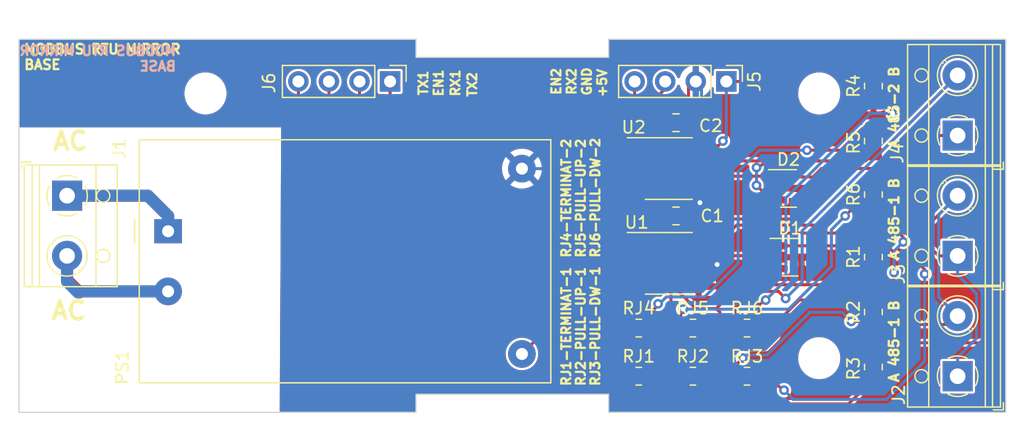
<source format=kicad_pcb>
(kicad_pcb (version 20211014) (generator pcbnew)
  (layers (0 "F.Cu" signal) (31 "B.Cu" signal) (34 "B.Paste" user) (35 "F.Paste" user) (36 "B.SilkS" user "B.Silkscreen") (37 "F.SilkS" user "F.Silkscreen") (38 "B.Mask" user) (39 "F.Mask" user) (44 "Edge.Cuts" user))
  (net 0 "")
  (net 1 "GND")
  (net 2 "/RS485_1_A")
  (net 3 "/RS485_1_B")
  (net 4 "/RS485_2_A")
  (net 5 "/RS485_2_B")
  (net 6 "+5V")
  (net 7 "Net-(R1-Pad1)")
  (net 8 "Net-(RJ1-Pad2)")
  (net 9 "Net-(R3-Pad2)")
  (net 10 "Net-(R4-Pad1)")
  (net 11 "Net-(R5-Pad1)")
  (net 12 "Net-(R6-Pad2)")
  (net 13 "Net-(U2-Pad1)")
  (net 14 "Net-(U2-Pad3)")
  (net 15 "Net-(U2-Pad4)")
  (net 16 "Net-(J6-Pad2)")
  (net 17 "Net-(J6-Pad3)")
  (net 18 "Net-(J6-Pad4)")
  (net 19 "Net-(PS1-Pad1)")
  (net 20 "Net-(PS1-Pad2)")
  (footprint "TerminalBlock_RND:TerminalBlock_RND_205-00012_1x02_P5.00mm_Horizontal" (layer "F.Cu") (at 178 118 90)
    (fp_text reference "J3" (at -1.507 -4.899 90) (layer "F.SilkS"))
    (fp_text value "Conn_01x02_Female")
    (pad "1" thru_hole rect (at 0 0 90) (size 2.5 2.5) (drill 1.3) (layers *.Cu *.Mask) (net 2 "/RS485_1_A"))
    (pad "2" thru_hole circle (at 5 0 90) (size 2.5 2.5) (drill 1.3) (layers *.Cu *.Mask) (net 3 "/RS485_1_B"))
  )
  (footprint "Package_SO:SOIC-8_3.9x4.9mm_P1.27mm" (layer "F.Cu") (at 154 110.744)
    (fp_text reference "U2" (at -2.921 -3.429) (layer "F.SilkS"))
    (fp_text value "ST485EBDR")
    (pad "1" smd roundrect (at -2.475 -1.905) (size 1.95 0.6) (layers "F.Cu" "F.Paste" "F.Mask") (net 13 "Net-(U2-Pad1)"))
    (pad "2" smd roundrect (at -2.475 -0.635) (size 1.95 0.6) (layers "F.Cu" "F.Paste" "F.Mask") (net 14 "Net-(U2-Pad3)"))
    (pad "3" smd roundrect (at -2.475 0.635) (size 1.95 0.6) (layers "F.Cu" "F.Paste" "F.Mask") (net 14 "Net-(U2-Pad3)"))
    (pad "4" smd roundrect (at -2.475 1.905) (size 1.95 0.6) (layers "F.Cu" "F.Paste" "F.Mask") (net 15 "Net-(U2-Pad4)"))
    (pad "5" smd roundrect (at 2.475 1.905) (size 1.95 0.6) (layers "F.Cu" "F.Paste" "F.Mask") (net 1 "GND"))
    (pad "6" smd roundrect (at 2.475 0.635) (size 1.95 0.6) (layers "F.Cu" "F.Paste" "F.Mask") (net 4 "/RS485_2_A"))
    (pad "7" smd roundrect (at 2.475 -0.635) (size 1.95 0.6) (layers "F.Cu" "F.Paste" "F.Mask") (net 5 "/RS485_2_B"))
    (pad "8" smd roundrect (at 2.475 -1.905) (size 1.95 0.6) (layers "F.Cu" "F.Paste" "F.Mask") (net 6 "+5V"))
  )
  (footprint "Package_TO_SOT_SMD:SOT-23" (layer "F.Cu") (at 164.084 118.11)
    (fp_text reference "D1" (at 0 -2.4) (layer "F.SilkS"))
    (fp_text value "SM712_SOT23")
    (pad "1" smd roundrect (at -0.9375 -0.95) (size 1.475 0.6) (layers "F.Cu" "F.Paste" "F.Mask") (net 2 "/RS485_1_A"))
    (pad "2" smd roundrect (at -0.9375 0.95) (size 1.475 0.6) (layers "F.Cu" "F.Paste" "F.Mask") (net 3 "/RS485_1_B"))
    (pad "3" smd roundrect (at 0.9375 0) (size 1.475 0.6) (layers "F.Cu" "F.Paste" "F.Mask") (net 1 "GND"))
  )
  (footprint "Resistor_SMD:R_0805_2012Metric_Pad1.20x1.40mm_HandSolder" (layer "F.Cu") (at 171 112.903 -90)
    (fp_text reference "R6" (at 0 1.651 90) (layer "F.SilkS"))
    (fp_text value "4.7k")
    (pad "1" smd roundrect (at -1 0 270) (size 1.2 1.4) (layers "F.Cu" "F.Paste" "F.Mask") (roundrect_rratio 0.208333) (net 6 "+5V"))
    (pad "2" smd roundrect (at 1 0 270) (size 1.2 1.4) (layers "F.Cu" "F.Paste" "F.Mask") (roundrect_rratio 0.208333) (net 12 "Net-(R6-Pad2)"))
  )
  (footprint "Resistor_SMD:R_0805_2012Metric_Pad1.20x1.40mm_HandSolder" (layer "F.Cu") (at 156 128)
    (fp_text reference "RJ2" (at 0 -1.65) (layer "F.SilkS"))
    (fp_text value "0")
    (pad "1" smd roundrect (at -1 0) (size 1.2 1.4) (layers "F.Cu" "F.Paste" "F.Mask") (roundrect_rratio 0.208333) (net 9 "Net-(R3-Pad2)"))
    (pad "2" smd roundrect (at 1 0) (size 1.2 1.4) (layers "F.Cu" "F.Paste" "F.Mask") (roundrect_rratio 0.208333) (net 2 "/RS485_1_A"))
  )
  (footprint "TerminalBlock_RND:TerminalBlock_RND_205-00012_1x02_P5.00mm_Horizontal" (layer "F.Cu") (at 178 128 90)
    (fp_text reference "J2" (at -1.54 -4.899 90) (layer "F.SilkS"))
    (fp_text value "Conn_01x02_Female")
    (pad "1" thru_hole rect (at 0 0 90) (size 2.5 2.5) (drill 1.3) (layers *.Cu *.Mask) (net 2 "/RS485_1_A"))
    (pad "2" thru_hole circle (at 5 0 90) (size 2.5 2.5) (drill 1.3) (layers *.Cu *.Mask) (net 3 "/RS485_1_B"))
  )
  (footprint "Connector_PinHeader_2.54mm:PinHeader_1x04_P2.54mm_Vertical" (layer "F.Cu") (at 158.78 103.505 -90)
    (fp_text reference "J5" (at 0 -2.33 90) (layer "F.SilkS"))
    (fp_text value "Conn_01x04_Male")
    (pad "1" thru_hole rect (at 0 0 270) (size 1.7 1.7) (drill 1) (layers *.Cu *.Mask) (net 6 "+5V"))
    (pad "2" thru_hole oval (at 0 2.54 270) (size 1.7 1.7) (drill 1) (layers *.Cu *.Mask) (net 1 "GND"))
    (pad "3" thru_hole oval (at 0 5.08 270) (size 1.7 1.7) (drill 1) (layers *.Cu *.Mask) (net 13 "Net-(U2-Pad1)"))
    (pad "4" thru_hole oval (at 0 7.62 270) (size 1.7 1.7) (drill 1) (layers *.Cu *.Mask) (net 14 "Net-(U2-Pad3)"))
  )
  (footprint "MountingHole:MountingHole_3mm" (layer "F.Cu") (at 166.5 126.5)
    (fp_text reference "MH03" hide)
    (fp_text value "MountingHole_3mm")
    (pad "" np_thru_hole circle (at 0 0) (size 3 3) (drill 3) (layers *.Cu *.Mask))
  )
  (footprint "Resistor_SMD:R_0805_2012Metric_Pad1.20x1.40mm_HandSolder" (layer "F.Cu") (at 171 127.238 -90)
    (fp_text reference "R3" (at 0.127 1.651 90) (layer "F.SilkS"))
    (fp_text value "4.7k")
    (pad "1" smd roundrect (at -1 0 270) (size 1.2 1.4) (layers "F.Cu" "F.Paste" "F.Mask") (roundrect_rratio 0.208333) (net 6 "+5V"))
    (pad "2" smd roundrect (at 1 0 270) (size 1.2 1.4) (layers "F.Cu" "F.Paste" "F.Mask") (roundrect_rratio 0.208333) (net 9 "Net-(R3-Pad2)"))
  )
  (footprint "Resistor_SMD:R_0805_2012Metric_Pad1.20x1.40mm_HandSolder" (layer "F.Cu") (at 171 103.886 -90)
    (fp_text reference "R4" (at 0 1.651 90) (layer "F.SilkS"))
    (fp_text value "4.7k")
    (pad "1" smd roundrect (at -1 0 270) (size 1.2 1.4) (layers "F.Cu" "F.Paste" "F.Mask") (roundrect_rratio 0.208333) (net 10 "Net-(R4-Pad1)"))
    (pad "2" smd roundrect (at 1 0 270) (size 1.2 1.4) (layers "F.Cu" "F.Paste" "F.Mask") (roundrect_rratio 0.208333) (net 1 "GND"))
  )
  (footprint "Resistor_SMD:R_0805_2012Metric_Pad1.20x1.40mm_HandSolder" (layer "F.Cu") (at 151.5 124)
    (fp_text reference "RJ4" (at 0 -1.65) (layer "F.SilkS"))
    (fp_text value "0")
    (pad "1" smd roundrect (at -1 0) (size 1.2 1.4) (layers "F.Cu" "F.Paste" "F.Mask") (roundrect_rratio 0.208333) (net 4 "/RS485_2_A"))
    (pad "2" smd roundrect (at 1 0) (size 1.2 1.4) (layers "F.Cu" "F.Paste" "F.Mask") (roundrect_rratio 0.208333) (net 11 "Net-(R5-Pad1)"))
  )
  (footprint "Capacitor_SMD:C_0805_2012Metric_Pad1.18x1.45mm_HandSolder" (layer "F.Cu") (at 154.6 114.681)
    (fp_text reference "C1" (at 3.007 0) (layer "F.SilkS"))
    (fp_text value "C")
    (pad "1" smd roundrect (at -1.0375 0) (size 1.175 1.45) (layers "F.Cu" "F.Paste" "F.Mask") (roundrect_rratio 0.212766) (net 6 "+5V"))
    (pad "2" smd roundrect (at 1.0375 0) (size 1.175 1.45) (layers "F.Cu" "F.Paste" "F.Mask") (roundrect_rratio 0.212766) (net 1 "GND"))
  )
  (footprint "Resistor_SMD:R_0805_2012Metric_Pad1.20x1.40mm_HandSolder" (layer "F.Cu") (at 160.5 124)
    (fp_text reference "RJ6" (at 0 -1.65) (layer "F.SilkS"))
    (fp_text value "0")
    (pad "1" smd roundrect (at -1 0) (size 1.2 1.4) (layers "F.Cu" "F.Paste" "F.Mask") (roundrect_rratio 0.208333) (net 5 "/RS485_2_B"))
    (pad "2" smd roundrect (at 1 0) (size 1.2 1.4) (layers "F.Cu" "F.Paste" "F.Mask") (roundrect_rratio 0.208333) (net 10 "Net-(R4-Pad1)"))
  )
  (footprint "MountingHole:MountingHole_3mm" (layer "F.Cu") (at 166.5 104.5)
    (fp_text reference "MH02" hide)
    (fp_text value "MountingHole_3mm")
    (pad "" np_thru_hole circle (at 0 0) (size 3 3) (drill 3) (layers *.Cu *.Mask))
  )
  (footprint "TerminalBlock_RND:TerminalBlock_RND_205-00012_1x02_P5.00mm_Horizontal" (layer "F.Cu") (at 104 113 -90)
    (fp_text reference "J1" (at -3.907 -4.331 90) (layer "F.SilkS"))
    (fp_text value "Conn_01x02_Female")
    (pad "1" thru_hole rect (at 0 0 270) (size 2.5 2.5) (drill 1.3) (layers *.Cu *.Mask) (net 19 "Net-(PS1-Pad1)"))
    (pad "2" thru_hole circle (at 5 0 270) (size 2.5 2.5) (drill 1.3) (layers *.Cu *.Mask) (net 20 "Net-(PS1-Pad2)"))
  )
  (footprint "Resistor_SMD:R_0805_2012Metric_Pad1.20x1.40mm_HandSolder" (layer "F.Cu") (at 171 122.666 -90)
    (fp_text reference "R2" (at 0 1.651 90) (layer "F.SilkS"))
    (fp_text value "120")
    (pad "1" smd roundrect (at -1 0 270) (size 1.2 1.4) (layers "F.Cu" "F.Paste" "F.Mask") (roundrect_rratio 0.208333) (net 8 "Net-(RJ1-Pad2)"))
    (pad "2" smd roundrect (at 1 0 270) (size 1.2 1.4) (layers "F.Cu" "F.Paste" "F.Mask") (roundrect_rratio 0.208333) (net 3 "/RS485_1_B"))
  )
  (footprint "TerminalBlock_RND:TerminalBlock_RND_205-00012_1x02_P5.00mm_Horizontal" (layer "F.Cu") (at 178 108 90)
    (fp_text reference "J4" (at -1.474 -5.026 90) (layer "F.SilkS"))
    (fp_text value "Conn_01x02_Female")
    (pad "1" thru_hole rect (at 0 0 90) (size 2.5 2.5) (drill 1.3) (layers *.Cu *.Mask) (net 4 "/RS485_2_A"))
    (pad "2" thru_hole circle (at 5 0 90) (size 2.5 2.5) (drill 1.3) (layers *.Cu *.Mask) (net 5 "/RS485_2_B"))
  )
  (footprint "Capacitor_SMD:C_0805_2012Metric_Pad1.18x1.45mm_HandSolder" (layer "F.Cu") (at 154.6 106.934)
    (fp_text reference "C2" (at 2.88 0.254) (layer "F.SilkS"))
    (fp_text value "C")
    (pad "1" smd roundrect (at -1.0375 0) (size 1.175 1.45) (layers "F.Cu" "F.Paste" "F.Mask") (roundrect_rratio 0.212766) (net 6 "+5V"))
    (pad "2" smd roundrect (at 1.0375 0) (size 1.175 1.45) (layers "F.Cu" "F.Paste" "F.Mask") (roundrect_rratio 0.212766) (net 1 "GND"))
  )
  (footprint "Converter_ACDC:Converter_ACDC_HiLink_HLK-PMxx" (layer "F.Cu") (at 112.395 115.951)
    (fp_text reference "PS1" (at -3.81 11.303 90) (layer "F.SilkS"))
    (fp_text value "HLK-PM01")
    (pad "1" thru_hole rect (at 0 0) (size 2.3 2) (drill 1) (layers *.Cu *.Mask) (net 19 "Net-(PS1-Pad1)"))
    (pad "2" thru_hole circle (at 0 5) (size 2.3 2.3) (drill 1) (layers *.Cu *.Mask) (net 20 "Net-(PS1-Pad2)"))
    (pad "3" thru_hole circle (at 29.4 -5.2) (size 2.3 2.3) (drill 1) (layers *.Cu *.Mask) (net 1 "GND"))
    (pad "4" thru_hole circle (at 29.4 10.2) (size 2.3 2.3) (drill 1) (layers *.Cu *.Mask) (net 6 "+5V"))
  )
  (footprint "Resistor_SMD:R_0805_2012Metric_Pad1.20x1.40mm_HandSolder" (layer "F.Cu") (at 171 118.094 -90)
    (fp_text reference "R1" (at 0 1.651 90) (layer "F.SilkS"))
    (fp_text value "4.7k")
    (pad "1" smd roundrect (at -1 0 270) (size 1.2 1.4) (layers "F.Cu" "F.Paste" "F.Mask") (roundrect_rratio 0.208333) (net 7 "Net-(R1-Pad1)"))
    (pad "2" smd roundrect (at 1 0 270) (size 1.2 1.4) (layers "F.Cu" "F.Paste" "F.Mask") (roundrect_rratio 0.208333) (net 1 "GND"))
  )
  (footprint "Resistor_SMD:R_0805_2012Metric_Pad1.20x1.40mm_HandSolder" (layer "F.Cu") (at 171 108.458 -90)
    (fp_text reference "R5" (at 0.127 1.651 90) (layer "F.SilkS"))
    (fp_text value "120")
    (pad "1" smd roundrect (at -1 0 270) (size 1.2 1.4) (layers "F.Cu" "F.Paste" "F.Mask") (roundrect_rratio 0.208333) (net 11 "Net-(R5-Pad1)"))
    (pad "2" smd roundrect (at 1 0 270) (size 1.2 1.4) (layers "F.Cu" "F.Paste" "F.Mask") (roundrect_rratio 0.208333) (net 5 "/RS485_2_B"))
  )
  (footprint "Package_SO:SOIC-8_3.9x4.9mm_P1.27mm" (layer "F.Cu") (at 154 118.618)
    (fp_text reference "U1" (at -2.667 -3.4) (layer "F.SilkS"))
    (fp_text value "ST485EBDR")
    (pad "1" smd roundrect (at -2.475 -1.905) (size 1.95 0.6) (layers "F.Cu" "F.Paste" "F.Mask") (net 16 "Net-(J6-Pad2)"))
    (pad "2" smd roundrect (at -2.475 -0.635) (size 1.95 0.6) (layers "F.Cu" "F.Paste" "F.Mask") (net 17 "Net-(J6-Pad3)"))
    (pad "3" smd roundrect (at -2.475 0.635) (size 1.95 0.6) (layers "F.Cu" "F.Paste" "F.Mask") (net 17 "Net-(J6-Pad3)"))
    (pad "4" smd roundrect (at -2.475 1.905) (size 1.95 0.6) (layers "F.Cu" "F.Paste" "F.Mask") (net 18 "Net-(J6-Pad4)"))
    (pad "5" smd roundrect (at 2.475 1.905) (size 1.95 0.6) (layers "F.Cu" "F.Paste" "F.Mask") (net 1 "GND"))
    (pad "6" smd roundrect (at 2.475 0.635) (size 1.95 0.6) (layers "F.Cu" "F.Paste" "F.Mask") (net 2 "/RS485_1_A"))
    (pad "7" smd roundrect (at 2.475 -0.635) (size 1.95 0.6) (layers "F.Cu" "F.Paste" "F.Mask") (net 3 "/RS485_1_B"))
    (pad "8" smd roundrect (at 2.475 -1.905) (size 1.95 0.6) (layers "F.Cu" "F.Paste" "F.Mask") (net 6 "+5V"))
  )
  (footprint "Package_TO_SOT_SMD:SOT-23" (layer "F.Cu") (at 163.957 112.395)
    (fp_text reference "D2" (at 0 -2.4) (layer "F.SilkS"))
    (fp_text value "SM712_SOT23")
    (pad "1" smd roundrect (at -0.9375 -0.95) (size 1.475 0.6) (layers "F.Cu" "F.Paste" "F.Mask") (net 4 "/RS485_2_A"))
    (pad "2" smd roundrect (at -0.9375 0.95) (size 1.475 0.6) (layers "F.Cu" "F.Paste" "F.Mask") (net 5 "/RS485_2_B"))
    (pad "3" smd roundrect (at 0.9375 0) (size 1.475 0.6) (layers "F.Cu" "F.Paste" "F.Mask") (net 1 "GND"))
  )
  (footprint "Connector_PinHeader_2.54mm:PinHeader_1x04_P2.54mm_Vertical" (layer "F.Cu") (at 130.84 103.505 -90)
    (fp_text reference "J6" (at 0.127 10.063 90) (layer "F.SilkS"))
    (fp_text value "Conn_01x04_Male")
    (pad "1" thru_hole rect (at 0 0 270) (size 1.7 1.7) (drill 1) (layers *.Cu *.Mask) (net 15 "Net-(U2-Pad4)"))
    (pad "2" thru_hole oval (at 0 2.54 270) (size 1.7 1.7) (drill 1) (layers *.Cu *.Mask) (net 16 "Net-(J6-Pad2)"))
    (pad "3" thru_hole oval (at 0 5.08 270) (size 1.7 1.7) (drill 1) (layers *.Cu *.Mask) (net 17 "Net-(J6-Pad3)"))
    (pad "4" thru_hole oval (at 0 7.62 270) (size 1.7 1.7) (drill 1) (layers *.Cu *.Mask) (net 18 "Net-(J6-Pad4)"))
  )
  (footprint "Resistor_SMD:R_0805_2012Metric_Pad1.20x1.40mm_HandSolder" (layer "F.Cu") (at 151.5 128)
    (fp_text reference "RJ1" (at 0 -1.65) (layer "F.SilkS"))
    (fp_text value "0")
    (pad "1" smd roundrect (at -1 0) (size 1.2 1.4) (layers "F.Cu" "F.Paste" "F.Mask") (roundrect_rratio 0.208333) (net 2 "/RS485_1_A"))
    (pad "2" smd roundrect (at 1 0) (size 1.2 1.4) (layers "F.Cu" "F.Paste" "F.Mask") (roundrect_rratio 0.208333) (net 8 "Net-(RJ1-Pad2)"))
  )
  (footprint "MountingHole:MountingHole_3mm" (layer "F.Cu") (at 115.5 104.5)
    (fp_text reference "MH00" hide)
    (fp_text value "MountingHole_3mm")
    (pad "" np_thru_hole circle (at 0 0) (size 3 3) (drill 3) (layers *.Cu *.Mask))
  )
  (footprint "Resistor_SMD:R_0805_2012Metric_Pad1.20x1.40mm_HandSolder" (layer "F.Cu") (at 160.5 128)
    (fp_text reference "RJ3" (at 0 -1.65) (layer "F.SilkS"))
    (fp_text value "0")
    (pad "1" smd roundrect (at -1 0) (size 1.2 1.4) (layers "F.Cu" "F.Paste" "F.Mask") (roundrect_rratio 0.208333) (net 3 "/RS485_1_B"))
    (pad "2" smd roundrect (at 1 0) (size 1.2 1.4) (layers "F.Cu" "F.Paste" "F.Mask") (roundrect_rratio 0.208333) (net 7 "Net-(R1-Pad1)"))
  )
  (footprint "Resistor_SMD:R_0805_2012Metric_Pad1.20x1.40mm_HandSolder" (layer "F.Cu") (at 156 124)
    (fp_text reference "RJ5" (at 0 -1.65) (layer "F.SilkS"))
    (fp_text value "0")
    (pad "1" smd roundrect (at -1 0) (size 1.2 1.4) (layers "F.Cu" "F.Paste" "F.Mask") (roundrect_rratio 0.208333) (net 12 "Net-(R6-Pad2)"))
    (pad "2" smd roundrect (at 1 0) (size 1.2 1.4) (layers "F.Cu" "F.Paste" "F.Mask") (roundrect_rratio 0.208333) (net 4 "/RS485_2_A"))
  )
  (footprint "MountingHole:MountingHole_3mm" (layer "F.Cu") (at 115.5 126.5)
    (fp_text reference "MH01" hide)
    (fp_text value "MountingHole_3mm")
    (pad "" np_thru_hole circle (at 0 0) (size 3 3) (drill 3) (layers *.Cu *.Mask))
  )
  (gr_line (start 133 101.5) (end 149 101.5) (layer "Edge.Cuts") (width 0.1))
  (gr_line (start 149 131) (end 149 129.5) (layer "Edge.Cuts") (width 0.1))
  (gr_line (start 149 100) (end 149 101.5) (layer "Edge.Cuts") (width 0.1))
  (gr_line (start 133 129.5) (end 149 129.5) (layer "Edge.Cuts") (width 0.1))
  (gr_line (start 100 100) (end 100 131) (layer "Edge.Cuts") (width 0.1))
  (gr_line (start 100 131) (end 133 131) (layer "Edge.Cuts") (width 0.1))
  (gr_line (start 182 100) (end 182 131) (layer "Edge.Cuts") (width 0.1))
  (gr_line (start 149 131) (end 182 131) (layer "Edge.Cuts") (width 0.1))
  (gr_line (start 100 100) (end 133 100) (layer "Edge.Cuts") (width 0.1))
  (gr_line (start 133 100) (end 133 101.5) (layer "Edge.Cuts") (width 0.1))
  (gr_line (start 133 131) (end 133 129.5) (layer "Edge.Cuts") (width 0.1))
  (gr_line (start 149 100) (end 182 100) (layer "Edge.Cuts") (width 0.1))
  (gr_text "MODBUS RTU MIRROR\nBASE" (at 113.157 101.6) (layer "B.SilkS") (effects (font (size 0.8 0.8) (thickness 0.2)) (justify left mirror)))
  (gr_text "MODBUS RTU MIRROR\nBASE" (at 100.33 101.473) (layer "F.SilkS") (effects (font (size 0.8 0.8) (thickness 0.2)) (justify left)))
  (gr_text "EN1" (at 134.874 103.632 90) (layer "F.SilkS") (effects (font (size 0.75 0.75) (thickness 0.1875))))
  (gr_text "TX1" (at 133.604 103.632 90) (layer "F.SilkS") (effects (font (size 0.75 0.75) (thickness 0.1875))))
  (gr_text "+5V" (at 148.463 103.632 90) (layer "F.SilkS") (effects (font (size 0.75 0.75) (thickness 0.1875))))
  (gr_text "A 485-1 B" (at 172.72 114.935 90) (layer "F.SilkS") (effects (font (size 0.8 0.8) (thickness 0.2))))
  (gr_text "RJ4-TERMINAT-2\nRJ5-PULL-UP-2\nRJ6-PULL-DW-2\n" (at 146.685 118.237 90) (layer "F.SilkS") (effects (font (size 0.75 0.75) (thickness 0.1875)) (justify left)))
  (gr_text "RX1" (at 136.271 103.632 90) (layer "F.SilkS") (effects (font (size 0.75 0.75) (thickness 0.1875))))
  (gr_text "A 485-2 B" (at 172.72 105.664 90) (layer "F.SilkS") (effects (font (size 0.8 0.8) (thickness 0.2))))
  (gr_text "AC" (at 104.267 108.458) (layer "F.SilkS") (effects (font (size 1.5 1.5) (thickness 0.3))))
  (gr_text "GND" (at 147.193 103.505 90) (layer "F.SilkS") (effects (font (size 0.75 0.75) (thickness 0.1875))))
  (gr_text "A 485-1 B" (at 172.72 125.095 90) (layer "F.SilkS") (effects (font (size 0.8 0.8) (thickness 0.2))))
  (gr_text "RX2" (at 145.923 103.505 90) (layer "F.SilkS") (effects (font (size 0.75 0.75) (thickness 0.1875))))
  (gr_text "EN2" (at 144.653 103.505 90) (layer "F.SilkS") (effects (font (size 0.75 0.75) (thickness 0.1875))))
  (gr_text "AC" (at 104.14 122.555) (layer "F.SilkS") (effects (font (size 1.5 1.5) (thickness 0.3))))
  (gr_text "TX2" (at 137.668 103.759 90) (layer "F.SilkS") (effects (font (size 0.75 0.75) (thickness 0.1875))))
  (gr_text "RJ1-TERMINAT-1\nRJ2-PULL-UP-1\nRJ3-PULL-DW-1\n" (at 146.685 128.905 90) (layer "F.SilkS") (effects (font (size 0.75 0.75) (thickness 0.1875)) (justify left)))
  (segment (start 156.5855 113.7752) (end 156.5855 113.5769) (width 0.25) (layer "F.Cu") (net 1))
  (segment (start 156.083 103.505) (end 156.24 103.505) (width 0.25) (layer "F.Cu") (net 1))
  (segment (start 158.3875 119.946) (end 164.153 119.946) (width 0.25) (layer "F.Cu") (net 1))
  (segment (start 156.5855 113.5769) (end 156.475 113.4664) (width 0.25) (layer "F.Cu") (net 1))
  (segment (start 156.475 113.4664) (end 156.475 112.649) (width 0.25) (layer "F.Cu") (net 1))
  (segment (start 165.0215 119.0775) (end 165.0215 118.6672) (width 0.25) (layer "F.Cu") (net 1))
  (segment (start 159.766 108.331) (end 158.369 106.934) (width 0.25) (layer "F.Cu") (net 1))
  (segment (start 155.6375 103.9505) (end 156.083 103.505) (width 0.25) (layer "F.Cu") (net 1))
  (segment (start 155.6375 106.934) (end 155.6375 103.9505) (width 0.25) (layer "F.Cu") (net 1))
  (segment (start 167.661 108.331) (end 159.766 108.331) (width 0.25) (layer "F.Cu") (net 1))
  (segment (start 158.0155 119.574) (end 157.0665 120.523) (width 0.25) (layer "F.Cu") (net 1))
  (segment (start 165.0215 118.6672) (end 165.0215 118.11) (width 0.25) (layer "F.Cu") (net 1))
  (segment (start 158.0155 118.7173) (end 158.0155 119.574) (width 0.25) (layer "F.Cu") (net 1))
  (segment (start 157.1683 114.358) (end 156.5855 113.7752) (width 0.25) (layer "F.Cu") (net 1))
  (segment (start 156.5855 113.7752) (end 156.5433 113.7752) (width 0.25) (layer "F.Cu") (net 1))
  (segment (start 158.369 106.934) (end 155.6375 106.934) (width 0.25) (layer "F.Cu") (net 1))
  (segment (start 158.0155 119.574) (end 158.3875 119.946) (width 0.25) (layer "F.Cu") (net 1))
  (segment (start 171 104.886) (end 171 104.992) (width 0.25) (layer "F.Cu") (net 1))
  (segment (start 165.4483 119.094) (end 165.0215 118.6672) (width 0.25) (layer "F.Cu") (net 1))
  (segment (start 164.026 114.358) (end 157.1683 114.358) (width 0.25) (layer "F.Cu") (net 1))
  (segment (start 164.8945 112.395) (end 164.8945 113.4895) (width 0.25) (layer "F.Cu") (net 1))
  (segment (start 164.153 119.946) (end 165.0215 119.0775) (width 0.25) (layer "F.Cu") (net 1))
  (segment (start 164.8945 113.4895) (end 164.026 114.358) (width 0.25) (layer "F.Cu") (net 1))
  (segment (start 156.5433 113.7752) (end 155.6375 114.681) (width 0.25) (layer "F.Cu") (net 1))
  (segment (start 157.0665 120.523) (end 156.475 120.523) (width 0.25) (layer "F.Cu") (net 1))
  (segment (start 171 119.094) (end 165.4483 119.094) (width 0.25) (layer "F.Cu") (net 1))
  (segment (start 171 104.992) (end 167.661 108.331) (width 0.25) (layer "F.Cu") (net 1))
  (via (at 158.0155 118.7173) (size 0.8) (drill 0.4) (layers "F.Cu" "B.Cu") (net 1))
  (via (at 156.5855 113.5769) (size 0.8) (drill 0.4) (layers "F.Cu" "B.Cu") (net 1))
  (segment (start 156.5855 117.2873) (end 156.5855 113.5769) (width 0.25) (layer "B.Cu") (net 1))
  (segment (start 153.7596 110.751) (end 156.5855 113.5769) (width 0.25) (layer "B.Cu") (net 1))
  (segment (start 141.795 110.751) (end 153.7596 110.751) (width 0.25) (layer "B.Cu") (net 1))
  (segment (start 156.718 107.7926) (end 156.718 103.983) (width 0.25) (layer "B.Cu") (net 1))
  (segment (start 156.718 103.983) (end 156.24 103.505) (width 0.25) (layer "B.Cu") (net 1))
  (segment (start 158.0155 118.7173) (end 156.5855 117.2873) (width 0.25) (layer "B.Cu") (net 1))
  (segment (start 153.7596 110.751) (end 156.718 107.7926) (width 0.25) (layer "B.Cu") (net 1))
  (segment (start 172.72 119.888) (end 172.72 119.38) (width 0.25) (layer "F.Cu") (net 2))
  (segment (start 150.8638 128.8928) (end 151.511 129.54) (width 0.25) (layer "F.Cu") (net 2))
  (segment (start 150.8638 128.0119) (end 150.8638 126.6312) (width 0.25) (layer "F.Cu") (net 2))
  (segment (start 158.242 125.095) (end 158.242 122.679) (width 0.25) (layer "F.Cu") (net 2))
  (segment (start 154.178 126.746) (end 156.337 126.746) (width 0.25) (layer "F.Cu") (net 2))
  (segment (start 156.337 126.746) (end 157 127.409) (width 0.25) (layer "F.Cu") (net 2))
  (segment (start 173.482 116.84) (end 173.482 116.459) (width 0.25) (layer "F.Cu") (net 2))
  (segment (start 154.813 120.9611) (end 154.813 119.888) (width 0.25) (layer "F.Cu") (net 2))
  (segment (start 157.9402 122.3772) (end 156.2291 122.3772) (width 0.25) (layer "F.Cu") (net 2))
  (segment (start 168.717 117.16) (end 170.053 115.824) (width 0.25) (layer "F.Cu") (net 2))
  (segment (start 158.242 122.679) (end 157.9402 122.3772) (width 0.25) (layer "F.Cu") (net 2))
  (segment (start 150.5 128) (end 150.8518 128) (width 0.25) (layer "F.Cu") (net 2))
  (segment (start 150.8638 128.0119) (end 150.8638 128.8928) (width 0.25) (layer "F.Cu") (net 2))
  (segment (start 153.035 129.54) (end 153.797 128.778) (width 0.25) (layer "F.Cu") (net 2))
  (segment (start 153.797 128.778) (end 153.797 127.127) (width 0.25) (layer "F.Cu") (net 2))
  (segment (start 155.448 119.253) (end 156.475 119.253) (width 0.25) (layer "F.Cu") (net 2))
  (segment (start 157.607 125.73) (end 158.242 125.095) (width 0.25) (layer "F.Cu") (net 2))
  (segment (start 172.212 120.396) (end 172.72 119.888) (width 0.25) (layer "F.Cu") (net 2))
  (segment (start 159.9214 120.396) (end 172.212 120.396) (width 0.25) (layer "F.Cu") (net 2))
  (segment (start 154.813 119.888) (end 155.448 119.253) (width 0.25) (layer "F.Cu") (net 2))
  (segment (start 163.1465 117.16) (end 168.717 117.16) (width 0.25) (layer "F.Cu") (net 2))
  (segment (start 170.053 115.824) (end 172.593 115.824) (width 0.25) (layer "F.Cu") (net 2))
  (segment (start 176.4247 118) (end 178 118) (width 0.25) (layer "F.Cu") (net 2))
  (segment (start 156.2291 122.3772) (end 154.813 120.9611) (width 0.25) (layer "F.Cu") (net 2))
  (segment (start 153.797 127.127) (end 154.178 126.746) (width 0.25) (layer "F.Cu") (net 2))
  (segment (start 150.8638 126.6312) (end 151.765 125.73) (width 0.25) (layer "F.Cu") (net 2))
  (segment (start 174.2487 115.824) (end 176.4247 118) (width 0.25) (layer "F.Cu") (net 2))
  (segment (start 151.511 129.54) (end 153.035 129.54) (width 0.25) (layer "F.Cu") (net 2))
  (segment (start 151.765 125.73) (end 157.607 125.73) (width 0.25) (layer "F.Cu") (net 2))
  (segment (start 157 127.409) (end 157 128) (width 0.25) (layer "F.Cu") (net 2))
  (segment (start 150.8518 128) (end 150.8638 128.0119) (width 0.25) (layer "F.Cu") (net 2))
  (segment (start 157.9402 122.3772) (end 159.9214 120.396) (width 0.25) (layer "F.Cu") (net 2))
  (segment (start 173.482 116.459) (end 172.847 115.824) (width 0.25) (layer "F.Cu") (net 2))
  (segment (start 172.847 115.824) (end 172.593 115.824) (width 0.25) (layer "F.Cu") (net 2))
  (segment (start 172.593 115.824) (end 174.2487 115.824) (width 0.25) (layer "F.Cu") (net 2))
  (via (at 172.72 119.38) (size 0.8) (drill 0.4) (layers "F.Cu" "B.Cu") (net 2))
  (via (at 173.482 116.84) (size 0.8) (drill 0.4) (layers "F.Cu" "B.Cu") (net 2))
  (segment (start 179.5753 124.8494) (end 179.5753 121.1506) (width 0.25) (layer "B.Cu") (net 2))
  (segment (start 179.5753 121.1506) (end 178 119.5753) (width 0.25) (layer "B.Cu") (net 2))
  (segment (start 178 118) (end 178 119.5753) (width 0.25) (layer "B.Cu") (net 2))
  (segment (start 178 128) (end 178 126.4247) (width 0.25) (layer "B.Cu") (net 2))
  (segment (start 172.72 119.38) (end 172.72 117.602) (width 0.25) (layer "B.Cu") (net 2))
  (segment (start 178 126.4247) (end 179.5753 124.8494) (width 0.25) (layer "B.Cu") (net 2))
  (segment (start 172.72 117.602) (end 173.482 116.84) (width 0.25) (layer "B.Cu") (net 2))
  (segment (start 169.1149 116.1064) (end 161.8966 116.1064) (width 0.25) (layer "F.Cu") (net 3))
  (segment (start 177.302 123.698) (end 171.032 123.698) (width 0.25) (layer "F.Cu") (net 3))
  (segment (start 169.799 123.444) (end 170.053 123.698) (width 0.25) (layer "F.Cu") (net 3))
  (segment (start 170.0323 115.189) (end 169.1149 116.1064) (width 0.25) (layer "F.Cu") (net 3))
  (segment (start 170.053 123.698) (end 170.968 123.698) (width 0.25) (layer "F.Cu") (net 3))
  (segment (start 162.0695 117.983) (end 163.1465 119.06) (width 0.25) (layer "F.Cu") (net 3))
  (segment (start 178 113) (end 175.811 115.189) (width 0.25) (layer "F.Cu") (net 3))
  (segment (start 171.032 123.698) (end 171 123.666) (width 0.25) (layer "F.Cu") (net 3))
  (segment (start 169.164 123.444) (end 169.799 123.444) (width 0.25) (layer "F.Cu") (net 3))
  (segment (start 161.8966 116.1064) (end 161.671 116.332) (width 0.25) (layer "F.Cu") (net 3))
  (segment (start 178 123) (end 177.302 123.698) (width 0.25) (layer "F.Cu") (net 3))
  (segment (start 161.671 116.332) (end 161.671 117.5845) (width 0.25) (layer "F.Cu") (net 3))
  (segment (start 175.811 115.189) (end 170.0323 115.189) (width 0.25) (layer "F.Cu") (net 3))
  (segment (start 159.5 127.139) (end 160.147 126.492) (width 0.25) (layer "F.Cu") (net 3))
  (segment (start 156.475 117.983) (end 162.0695 117.983) (width 0.25) (layer "F.Cu") (net 3))
  (segment (start 159.5 128) (end 159.5 127.139) (width 0.25) (layer "F.Cu") (net 3))
  (segment (start 170.968 123.698) (end 171 123.666) (width 0.25) (layer "F.Cu") (net 3))
  (segment (start 161.671 117.5845) (end 162.0695 117.983) (width 0.25) (layer "F.Cu") (net 3))
  (via (at 160.147 126.492) (size 0.8) (drill 0.4) (layers "F.Cu" "B.Cu") (net 3))
  (via (at 169.164 123.444) (size 0.8) (drill 0.4) (layers "F.Cu" "B.Cu") (net 3))
  (segment (start 176.4246 114.5754) (end 176.4246 121.4246) (width 0.25) (layer "B.Cu") (net 3))
  (segment (start 178 113) (end 176.4246 114.5754) (width 0.25) (layer "B.Cu") (net 3))
  (segment (start 162.179 126.238) (end 165.735 122.682) (width 0.25) (layer "B.Cu") (net 3))
  (segment (start 160.147 126.492) (end 160.401 126.238) (width 0.25) (layer "B.Cu") (net 3))
  (segment (start 176.4246 121.4246) (end 178 123) (width 0.25) (layer "B.Cu") (net 3))
  (segment (start 168.402 122.682) (end 169.164 123.444) (width 0.25) (layer "B.Cu") (net 3))
  (segment (start 165.735 122.682) (end 168.402 122.682) (width 0.25) (layer "B.Cu") (net 3))
  (segment (start 160.401 126.238) (end 162.179 126.238) (width 0.25) (layer "B.Cu") (net 3))
  (segment (start 154.178 122.2375) (end 154.178 116.967) (width 0.25) (layer "F.Cu") (net 4))
  (segment (start 155.194 115.951) (end 157.353 115.951) (width 0.25) (layer "F.Cu") (net 4))
  (segment (start 153.797 122.6185) (end 154.178 122.2375) (width 0.25) (layer "F.Cu") (net 4))
  (segment (start 165.9818 113.5452) (end 165.9818 111.445) (width 0.25) (layer "F.Cu") (net 4))
  (segment (start 178 108) (end 176.4247 108) (width 0.25) (layer "F.Cu") (net 4))
  (segment (start 153.797 125.222) (end 153.797 122.6185) (width 0.25) (layer "F.Cu") (net 4))
  (segment (start 164.592 114.935) (end 165.9818 113.5452) (width 0.25) (layer "F.Cu") (net 4))
  (segment (start 157.353 115.951) (end 158.369 114.935) (width 0.25) (layer "F.Cu") (net 4))
  (segment (start 176.4247 108) (end 173.6897 110.735) (width 0.25) (layer "F.Cu") (net 4))
  (segment (start 150.876 125.222) (end 153.797 125.222) (width 0.25) (layer "F.Cu") (net 4))
  (segment (start 150.5 124.846) (end 150.876 125.222) (width 0.25) (layer "F.Cu") (net 4))
  (segment (start 150.5 124) (end 150.5 124.846) (width 0.25) (layer "F.Cu") (net 4))
  (segment (start 153.797 125.222) (end 156.464 125.222) (width 0.25) (layer "F.Cu") (net 4))
  (segment (start 158.369 114.935) (end 164.592 114.935) (width 0.25) (layer "F.Cu") (net 4))
  (segment (start 165.9818 111.445) (end 163.0195 111.445) (width 0.25) (layer "F.Cu") (net 4))
  (segment (start 166.6918 110.735) (end 165.9818 111.445) (width 0.25) (layer "F.Cu") (net 4))
  (segment (start 156.464 125.222) (end 157 124.686) (width 0.25) (layer "F.Cu") (net 4))
  (segment (start 162.9535 111.379) (end 163.0195 111.445) (width 0.25) (layer "F.Cu") (net 4))
  (segment (start 157 124.686) (end 157 124) (width 0.25) (layer "F.Cu") (net 4))
  (segment (start 173.6897 110.735) (end 166.6918 110.735) (width 0.25) (layer "F.Cu") (net 4))
  (segment (start 154.178 116.967) (end 155.194 115.951) (width 0.25) (layer "F.Cu") (net 4))
  (segment (start 156.475 111.379) (end 162.9535 111.379) (width 0.25) (layer "F.Cu") (net 4))
  (segment (start 161.5065 110.6545) (end 162.052 110.109) (width 0.25) (layer "F.Cu") (net 5))
  (segment (start 171.542 109.458) (end 171 109.458) (width 0.25) (layer "F.Cu") (net 5))
  (segment (start 163.0195 113.345) (end 162.494 113.345) (width 0.25) (layer "F.Cu") (net 5))
  (segment (start 160.8644 120.9486) (end 159.5 122.313) (width 0.25) (layer "F.Cu") (net 5))
  (segment (start 162.494 113.345) (end 161.29 112.141) (width 0.25) (layer "F.Cu") (net 5))
  (segment (start 159.5 122.313) (end 159.5 124) (width 0.25) (layer "F.Cu") (net 5))
  (segment (start 163.1126 120.9486) (end 160.8644 120.9486) (width 0.25) (layer "F.Cu") (net 5))
  (segment (start 171 109.458) (end 170.349 110.109) (width 0.25) (layer "F.Cu") (net 5))
  (segment (start 161.29 110.6545) (end 161.5065 110.6545) (width 0.25) (layer "F.Cu") (net 5))
  (segment (start 163.703 121.539) (end 163.1126 120.9486) (width 0.25) (layer "F.Cu") (net 5))
  (segment (start 162.052 110.109) (end 156.475 110.109) (width 0.25) (layer "F.Cu") (net 5))
  (segment (start 178 103) (end 171.542 109.458) (width 0.25) (layer "F.Cu") (net 5))
  (segment (start 170.349 110.109) (end 162.052 110.109) (width 0.25) (layer "F.Cu") (net 5))
  (via (at 161.29 110.6545) (size 0.8) (drill 0.4) (layers "F.Cu" "B.Cu") (net 5))
  (via (at 161.29 112.141) (size 0.8) (drill 0.4) (layers "F.Cu" "B.Cu") (net 5))
  (via (at 163.703 121.539) (size 0.8) (drill 0.4) (layers "F.Cu" "B.Cu") (net 5))
  (segment (start 165.0825 120.1595) (end 165.0825 115.9175) (width 0.25) (layer "B.Cu") (net 5))
  (segment (start 161.29 112.141) (end 161.29 110.6545) (width 0.25) (layer "B.Cu") (net 5))
  (segment (start 163.703 121.539) (end 165.0825 120.1595) (width 0.25) (layer "B.Cu") (net 5))
  (segment (start 165.0825 115.9175) (end 178 103) (width 0.25) (layer "B.Cu") (net 5))
  (segment (start 153.162 114.2805) (end 153.162 109.855) (width 0.25) (layer "F.Cu") (net 6))
  (segment (start 153.289 120.777) (end 153.289 114.9545) (width 0.25) (layer "F.Cu") (net 6))
  (segment (start 145.899 122.047) (end 152.019 122.047) (width 0.25) (layer "F.Cu") (net 6))
  (segment (start 179.959 125.222) (end 173.736 125.222) (width 0.25) (layer "F.Cu") (net 6))
  (segment (start 153.5625 108.2235) (end 153.5625 106.934) (width 0.25) (layer "F.Cu") (net 6))
  (segment (start 172.72 126.238) (end 171 126.238) (width 0.25) (layer "F.Cu") (net 6))
  (segment (start 156.475 116.713) (end 158.369 116.713) (width 0.25) (layer "F.Cu") (net 6))
  (segment (start 175.26 110.617) (end 178.943 110.617) (width 0.25) (layer "F.Cu") (net 6))
  (segment (start 158.369 116.713) (end 159.639 115.443) (width 0.25) (layer "F.Cu") (net 6))
  (segment (start 170.291 111.903) (end 171 111.903) (width 0.25) (layer "F.Cu") (net 6))
  (segment (start 153.162 109.855) (end 154.178 108.839) (width 0.25) (layer "F.Cu") (net 6))
  (segment (start 159.639 115.443) (end 166.751 115.443) (width 0.25) (layer "F.Cu") (net 6))
  (segment (start 180.467 109.22) (end 179.0065 110.6805) (width 0.25) (layer "F.Cu") (net 6))
  (segment (start 171 111.903) (end 171.016 111.887) (width 0.25) (layer "F.Cu") (net 6))
  (segment (start 162.6223 100.838) (end 179.07 100.838) (width 0.25) (layer "F.Cu") (net 6))
  (segment (start 159.9553 103.505) (end 162.6223 100.838) (width 0.25) (layer "F.Cu") (net 6))
  (segment (start 141.795 126.151) (end 145.899 122.047) (width 0.25) (layer "F.Cu") (net 6))
  (segment (start 180.594 124.587) (end 179.959 125.222) (width 0.25) (layer "F.Cu") (net 6))
  (segment (start 173.736 125.222) (end 172.72 126.238) (width 0.25) (layer "F.Cu") (net 6))
  (segment (start 158.78 103.505) (end 159.9553 103.505) (width 0.25) (layer "F.Cu") (net 6))
  (segment (start 180.467 102.235) (end 180.467 109.22) (width 0.25) (layer "F.Cu") (net 6))
  (segment (start 154.178 108.839) (end 153.5625 108.2235) (width 0.25) (layer "F.Cu") (net 6))
  (segment (start 153.5625 114.681) (end 153.162 114.2805) (width 0.25) (layer "F.Cu") (net 6))
  (segment (start 152.019 122.047) (end 153.289 120.777) (width 0.25) (layer "F.Cu") (net 6))
  (segment (start 180.594 112.268) (end 180.594 124.587) (width 0.25) (layer "F.Cu") (net 6))
  (segment (start 166.751 115.443) (end 170.291 111.903) (width 0.25) (layer "F.Cu") (net 6))
  (segment (start 179.07 100.838) (end 180.467 102.235) (width 0.25) (layer "F.Cu") (net 6))
  (segment (start 158.496 108.458) (end 158.115 108.839) (width 0.25) (layer "F.Cu") (net 6))
  (segment (start 173.99 111.887) (end 175.26 110.617) (width 0.25) (layer "F.Cu") (net 6))
  (segment (start 179.0065 110.6805) (end 180.594 112.268) (width 0.25) (layer "F.Cu") (net 6))
  (segment (start 171.016 111.887) (end 173.99 111.887) (width 0.25) (layer "F.Cu") (net 6))
  (segment (start 154.178 108.839) (end 155.4575 108.839) (width 0.25) (layer "F.Cu") (net 6))
  (segment (start 153.289 114.9545) (end 153.5625 114.681) (width 0.25) (layer "F.Cu") (net 6))
  (segment (start 158.115 108.839) (end 156.475 108.839) (width 0.25) (layer "F.Cu") (net 6))
  (segment (start 155.4575 108.839) (end 156.475 108.839) (width 0.25) (layer "F.Cu") (net 6))
  (via (at 158.496 108.458) (size 0.8) (drill 0.4) (layers "F.Cu" "B.Cu") (net 6))
  (segment (start 158.496 108.458) (end 158.78 108.174) (width 0.25) (layer "B.Cu") (net 6))
  (segment (start 158.78 108.174) (end 158.78 103.505) (width 0.25) (layer "B.Cu") (net 6))
  (segment (start 173.101 118.11) (end 174.244 118.11) (width 0.25) (layer "F.Cu") (net 7))
  (segment (start 162.3132 128) (end 163.4722 129.159) (width 0.25) (layer "F.Cu") (net 7))
  (segment (start 175.26 119.507) (end 175.26 119.126) (width 0.25) (layer "F.Cu") (net 7))
  (segment (start 163.4722 129.159) (end 163.576 129.159) (width 0.25) (layer "F.Cu") (net 7))
  (segment (start 162.3132 128) (end 161.5 128) (width 0.25) (layer "F.Cu") (net 7))
  (segment (start 175.26 119.126) (end 174.244 118.11) (width 0.25) (layer "F.Cu") (net 7))
  (segment (start 172.085 117.094) (end 173.101 118.11) (width 0.25) (layer "F.Cu") (net 7))
  (segment (start 171 117.094) (end 172.085 117.094) (width 0.25) (layer "F.Cu") (net 7))
  (via (at 163.576 129.159) (size 0.8) (drill 0.4) (layers "F.Cu" "B.Cu") (net 7))
  (via (at 175.26 119.507) (size 0.8) (drill 0.4) (layers "F.Cu" "B.Cu") (net 7))
  (segment (start 175.26 126.746) (end 175.26 119.507) (width 0.25) (layer "B.Cu") (net 7))
  (segment (start 164.338 129.921) (end 172.085 129.921) (width 0.25) (layer "B.Cu") (net 7))
  (segment (start 163.576 129.159) (end 164.338 129.921) (width 0.25) (layer "B.Cu") (net 7))
  (segment (start 172.085 129.921) (end 175.26 126.746) (width 0.25) (layer "B.Cu") (net 7))
  (segment (start 171 121.666) (end 164.846 121.666) (width 0.25) (layer "F.Cu") (net 8))
  (segment (start 162.052 125.603) (end 159.6878 125.603) (width 0.25) (layer "F.Cu") (net 8))
  (segment (start 159.6878 125.603) (end 159.0528 126.238) (width 0.25) (layer "F.Cu") (net 8))
  (segment (start 152.5 127.07975) (end 152.5 128) (width 0.25) (layer "F.Cu") (net 8))
  (segment (start 164.846 121.666) (end 162.941 123.571) (width 0.25) (layer "F.Cu") (net 8))
  (segment (start 153.34175 126.238) (end 152.5 127.07975) (width 0.25) (layer "F.Cu") (net 8))
  (segment (start 159.0528 126.238) (end 153.34175 126.238) (width 0.25) (layer "F.Cu") (net 8))
  (segment (start 162.941 124.714) (end 162.052 125.603) (width 0.25) (layer "F.Cu") (net 8))
  (segment (start 162.941 123.571) (end 162.941 124.714) (width 0.25) (layer "F.Cu") (net 8))
  (segment (start 168.936 130.302) (end 171 128.238) (width 0.25) (layer "F.Cu") (net 9))
  (segment (start 163.371778 130.302) (end 168.936 130.302) (width 0.25) (layer "F.Cu") (net 9))
  (segment (start 162.611778 129.542) (end 163.371778 130.302) (width 0.25) (layer "F.Cu") (net 9))
  (segment (start 155 128) (end 156.542 129.542) (width 0.25) (layer "F.Cu") (net 9))
  (segment (start 156.542 129.542) (end 162.611778 129.542) (width 0.25) (layer "F.Cu") (net 9))
  (segment (start 161.5 122.091) (end 161.5 124) (width 0.25) (layer "F.Cu") (net 10))
  (segment (start 161.9179 121.6731) (end 161.5 122.091) (width 0.25) (layer "F.Cu") (net 10))
  (segment (start 162.052 121.6731) (end 161.9179 121.6731) (width 0.25) (layer "F.Cu") (net 10))
  (segment (start 172.593 103.759) (end 171.72 102.886) (width 0.25) (layer "F.Cu") (net 10))
  (segment (start 172.593 106.172) (end 172.593 103.759) (width 0.25) (layer "F.Cu") (net 10))
  (segment (start 171.72 102.886) (end 171 102.886) (width 0.25) (layer "F.Cu") (net 10))
  (via (at 162.052 121.6731) (size 0.8) (drill 0.4) (layers "F.Cu" "B.Cu") (net 10))
  (via (at 172.593 106.172) (size 0.8) (drill 0.4) (layers "F.Cu" "B.Cu") (net 10))
  (segment (start 163.7262 113.187) (end 163.7262 119.9989) (width 0.25) (layer "B.Cu") (net 10))
  (segment (start 163.7262 119.9989) (end 162.052 121.6731) (width 0.25) (layer "B.Cu") (net 10))
  (segment (start 172.593 106.172) (end 170.7412 106.172) (width 0.25) (layer "B.Cu") (net 10))
  (segment (start 170.7412 106.172) (end 163.7262 113.187) (width 0.25) (layer "B.Cu") (net 10))
  (segment (start 168.275 109.22) (end 170.037 107.458) (width 0.25) (layer "F.Cu") (net 11))
  (segment (start 170.037 107.458) (end 171 107.458) (width 0.25) (layer "F.Cu") (net 11))
  (segment (start 165.481 109.22) (end 168.275 109.22) (width 0.25) (layer "F.Cu") (net 11))
  (segment (start 152.5 122.709) (end 153.107354 122.101646) (width 0.25) (layer "F.Cu") (net 11))
  (segment (start 152.5 122.709) (end 152.5 124) (width 0.25) (layer "F.Cu") (net 11))
  (segment (start 153.107354 122.101646) (end 153.107354 121.983244) (width 0.25) (layer "F.Cu") (net 11))
  (via (at 165.481 109.22) (size 0.8) (drill 0.4) (layers "F.Cu" "B.Cu") (net 11))
  (via (at 153.107354 121.983244) (size 0.8) (drill 0.4) (layers "F.Cu" "B.Cu") (net 11))
  (segment (start 159.766 112.395) (end 159.766 110.998) (width 0.25) (layer "B.Cu") (net 11))
  (segment (start 153.67 121.539) (end 153.797 121.412) (width 0.25) (layer "B.Cu") (net 11))
  (segment (start 153.107354 121.983244) (end 153.225756 121.983244) (width 0.25) (layer "B.Cu") (net 11))
  (segment (start 153.797 121.412) (end 156.972 121.412) (width 0.25) (layer "B.Cu") (net 11))
  (segment (start 159.766 118.618) (end 159.766 112.395) (width 0.25) (layer "B.Cu") (net 11))
  (segment (start 159.766 110.998) (end 161.544 109.22) (width 0.25) (layer "B.Cu") (net 11))
  (segment (start 153.225756 121.983244) (end 153.67 121.539) (width 0.25) (layer "B.Cu") (net 11))
  (segment (start 161.544 109.22) (end 165.481 109.22) (width 0.25) (layer "B.Cu") (net 11))
  (segment (start 156.972 121.412) (end 159.766 118.618) (width 0.25) (layer "B.Cu") (net 11))
  (segment (start 169.434 113.903) (end 171 113.903) (width 0.25) (layer "F.Cu") (net 12))
  (segment (start 155 124) (end 155 122.622) (width 0.25) (layer "F.Cu") (net 12))
  (segment (start 168.656 114.681) (end 169.434 113.903) (width 0.25) (layer "F.Cu") (net 12))
  (segment (start 155 122.622) (end 155.194 122.428) (width 0.25) (layer "F.Cu") (net 12))
  (via (at 155.194 122.428) (size 0.8) (drill 0.4) (layers "F.Cu" "B.Cu") (net 12))
  (via (at 168.656 114.681) (size 0.8) (drill 0.4) (layers "F.Cu" "B.Cu") (net 12))
  (segment (start 167.513 118.872) (end 163.957 122.428) (width 0.25) (layer "B.Cu") (net 12))
  (segment (start 168.656 114.681) (end 167.513 115.824) (width 0.25) (layer "B.Cu") (net 12))
  (segment (start 163.957 122.428) (end 155.194 122.428) (width 0.25) (layer "B.Cu") (net 12))
  (segment (start 167.513 115.824) (end 167.513 118.872) (width 0.25) (layer "B.Cu") (net 12))
  (segment (start 151.525 106.285) (end 153.7 104.11) (width 0.25) (layer "F.Cu") (net 13))
  (segment (start 153.7 104.11) (end 153.7 103.505) (width 0.25) (layer "F.Cu") (net 13))
  (segment (start 151.525 108.839) (end 151.525 106.285) (width 0.25) (layer "F.Cu") (net 13))
  (segment (start 151.1383 110.109) (end 151.525 110.109) (width 0.25) (layer "F.Cu") (net 14))
  (segment (start 151.525 111.379) (end 151.525 110.109) (width 0.25) (layer "F.Cu") (net 14))
  (segment (start 151.16 103.505) (end 151.16 104.6803) (width 0.25) (layer "F.Cu") (net 14))
  (segment (start 150.1722 109.1429) (end 151.1383 110.109) (width 0.25) (layer "F.Cu") (net 14))
  (segment (start 150.1722 105.6681) (end 150.1722 109.1429) (width 0.25) (layer "F.Cu") (net 14))
  (segment (start 151.16 104.6803) (end 150.1722 105.6681) (width 0.25) (layer "F.Cu") (net 14))
  (segment (start 138.43 113.919) (end 148.336 113.919) (width 0.25) (layer "F.Cu") (net 15))
  (segment (start 130.84 103.505) (end 130.84 106.329) (width 0.25) (layer "F.Cu") (net 15))
  (segment (start 149.606 112.649) (end 151.525 112.649) (width 0.25) (layer "F.Cu") (net 15))
  (segment (start 130.84 106.329) (end 138.43 113.919) (width 0.25) (layer "F.Cu") (net 15))
  (segment (start 148.336 113.919) (end 149.606 112.649) (width 0.25) (layer "F.Cu") (net 15))
  (segment (start 128.3 103.505) (end 128.3 106.2655) (width 0.25) (layer "F.Cu") (net 16))
  (segment (start 128.3 106.2655) (end 138.7475 116.713) (width 0.25) (layer "F.Cu") (net 16))
  (segment (start 138.7475 116.713) (end 151.525 116.713) (width 0.25) (layer "F.Cu") (net 16))
  (segment (start 125.76 103.505) (end 125.76 106.329) (width 0.25) (layer "F.Cu") (net 17))
  (segment (start 137.414 117.983) (end 151.525 117.983) (width 0.25) (layer "F.Cu") (net 17))
  (segment (start 151.525 119.253) (end 151.525 117.983) (width 0.25) (layer "F.Cu") (net 17))
  (segment (start 125.76 106.329) (end 137.414 117.983) (width 0.25) (layer "F.Cu") (net 17))
  (segment (start 123.22 103.505) (end 123.22 106.456) (width 0.25) (layer "F.Cu") (net 18))
  (segment (start 137.287 120.523) (end 151.525 120.523) (width 0.25) (layer "F.Cu") (net 18))
  (segment (start 123.22 106.456) (end 137.287 120.523) (width 0.25) (layer "F.Cu") (net 18))
  (segment (start 104 113) (end 110.714 113) (width 1) (layer "F.Cu") (net 19))
  (segment (start 112.395 114.681) (end 112.395 115.951) (width 1) (layer "F.Cu") (net 19))
  (segment (start 110.714 113) (end 112.395 114.681) (width 1) (layer "F.Cu") (net 19))
  (segment (start 112.395 114.681) (end 112.395 115.951) (width 1) (layer "B.Cu") (net 19))
  (segment (start 104 113) (end 110.714 113) (width 1) (layer "B.Cu") (net 19))
  (segment (start 110.714 113) (end 112.395 114.681) (width 1) (layer "B.Cu") (net 19))
  (segment (start 105.109 120.951) (end 112.395 120.951) (width 1) (layer "F.Cu") (net 20))
  (segment (start 105.029 121.031) (end 105.109 120.951) (width 1) (layer "F.Cu") (net 20))
  (segment (start 104 118) (end 104 120.002) (width 1) (layer "F.Cu") (net 20))
  (segment (start 104 120.002) (end 105.029 121.031) (width 1) (layer "F.Cu") (net 20))
  (segment (start 104.982 120.951) (end 112.395 120.951) (width 1) (layer "B.Cu") (net 20))
  (segment (start 104 118) (end 104 120.129) (width 1) (layer "B.Cu") (net 20))
  (segment (start 104 120.129) (end 104.902 121.031) (width 1) (layer "B.Cu") (net 20))
  (segment (start 104.902 121.031) (end 104.982 120.951) (width 1) (layer "B.Cu") (net 20))
  (zone (net 1) (net_name "GND") (layers F&B.Cu) (connect_pads (clearance 0)) (min_thickness 0.254) (fill yes (thermal_gap 0.508) (thermal_bridge_width 0.508))
    (polygon (pts (xy 183.515 132.969) (xy 98.425 132.969) (xy 98.425 96.901) (xy 183.515 96.901)))
  )
  (zone (net 0) (net_name "") (layers F&B.Cu "Edge.Cuts") (connect_pads (clearance 0)) (min_thickness 0.254)
    (keepout (tracks allowed) (vias allowed) (pads allowed) (copperpour not_allowed) (footprints allowed))
    (fill (thermal_gap 0.508) (thermal_bridge_width 0.508))
    (polygon (pts (xy 121.666 131.572) (xy 99.314 131.572) (xy 99.314 107.315) (xy 121.793 107.315)))
  )
)
</source>
